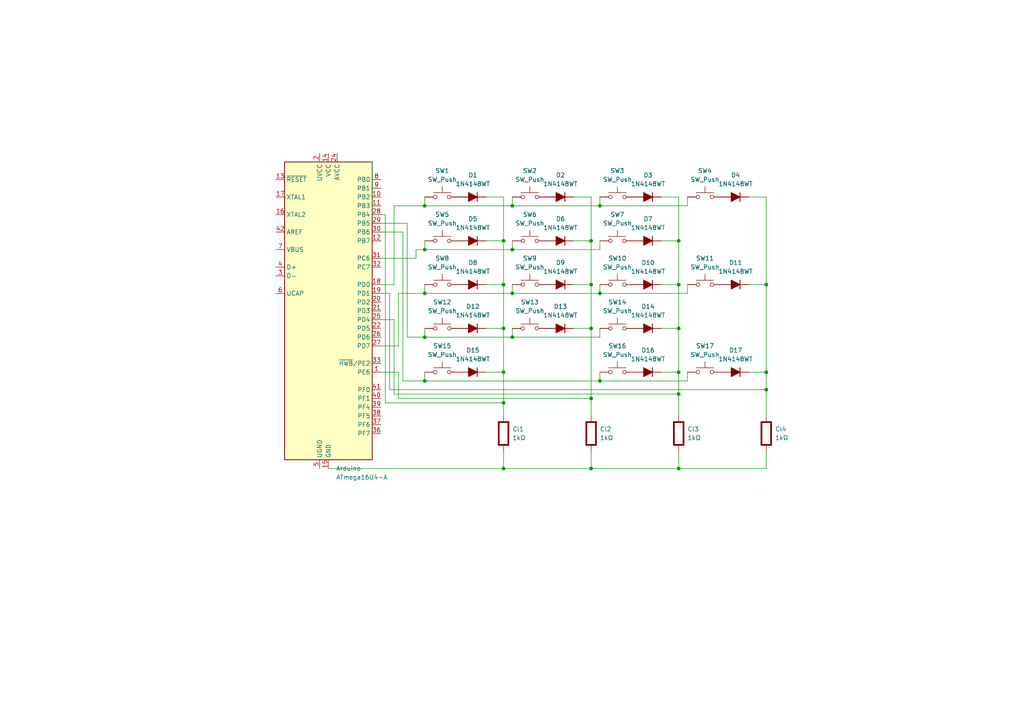
<source format=kicad_sch>
(kicad_sch (version 20231120) (generator "eeschema") (generator_version "8.0")
  (paper "A4")
  (lib_symbols
    (symbol "MCU_Microchip_ATmega:ATmega16U4-A"
      (property "Reference" "U" (at -12.7 44.45 0))
      (property "Value" "ATmega16U4-A" (at 2.54 -44.45 0))
      (symbol "ATmega16U4-A_0_1"
        (rectangle (start -12.7 -43.18) (end 12.7 43.18) (stroke (width 0.254)) (fill (type background)))
      )
      (symbol "ATmega16U4-A_1_1"
        (pin bidirectional line (at 15.24 -17.78 180) (length 2.54) (name "PE6") (number "1"))
        (pin bidirectional line (at 15.24 33.02 180) (length 2.54) (name "PB2") (number "10"))
        (pin bidirectional line (at 15.24 30.48 180) (length 2.54) (name "PB3") (number "11"))
        (pin bidirectional line (at 15.24 20.32 180) (length 2.54) (name "PB7") (number "12"))
        (pin input line (at -15.24 38.1 0) (length 2.54) (name "~{RESET}") (number "13"))
        (pin power_in line (at 0 45.72 270) (length 2.54) (name "VCC") (number "14"))
        (pin power_in line (at 0 -45.72 90) (length 2.54) (name "GND") (number "15"))
        (pin output line (at -15.24 27.94 0) (length 2.54) (name "XTAL2") (number "16"))
        (pin input line (at -15.24 33.02 0) (length 2.54) (name "XTAL1") (number "17"))
        (pin bidirectional line (at 15.24 7.62 180) (length 2.54) (name "PD0") (number "18"))
        (pin bidirectional line (at 15.24 5.08 180) (length 2.54) (name "PD1") (number "19"))
        (pin power_in line (at -2.54 45.72 270) (length 2.54) (name "UVCC") (number "2"))
        (pin bidirectional line (at 15.24 2.54 180) (length 2.54) (name "PD2") (number "20"))
        (pin bidirectional line (at 15.24 0 180) (length 2.54) (name "PD3") (number "21"))
        (pin bidirectional line (at 15.24 -5.08 180) (length 2.54) (name "PD5") (number "22"))
        (pin passive line (at 0 -45.72 90) (length 2.54) hide (name "GND") (number "23"))
        (pin power_in line (at 2.54 45.72 270) (length 2.54) (name "AVCC") (number "24"))
        (pin bidirectional line (at 15.24 -2.54 180) (length 2.54) (name "PD4") (number "25"))
        (pin bidirectional line (at 15.24 -7.62 180) (length 2.54) (name "PD6") (number "26"))
        (pin bidirectional line (at 15.24 -10.16 180) (length 2.54) (name "PD7") (number "27"))
        (pin bidirectional line (at 15.24 27.94 180) (length 2.54) (name "PB4") (number "28"))
        (pin bidirectional line (at 15.24 25.4 180) (length 2.54) (name "PB5") (number "29"))
        (pin bidirectional line (at -15.24 10.16 0) (length 2.54) (name "D-") (number "3"))
        (pin bidirectional line (at 15.24 22.86 180) (length 2.54) (name "PB6") (number "30"))
        (pin bidirectional line (at 15.24 15.24 180) (length 2.54) (name "PC6") (number "31"))
        (pin bidirectional line (at 15.24 12.7 180) (length 2.54) (name "PC7") (number "32"))
        (pin bidirectional line (at 15.24 -15.24 180) (length 2.54) (name "~{HWB}/PE2") (number "33"))
        (pin passive line (at 0 45.72 270) (length 2.54) hide (name "VCC") (number "34"))
        (pin passive line (at 0 -45.72 90) (length 2.54) hide (name "GND") (number "35"))
        (pin bidirectional line (at 15.24 -35.56 180) (length 2.54) (name "PF7") (number "36"))
        (pin bidirectional line (at 15.24 -33.02 180) (length 2.54) (name "PF6") (number "37"))
        (pin bidirectional line (at 15.24 -30.48 180) (length 2.54) (name "PF5") (number "38"))
        (pin bidirectional line (at 15.24 -27.94 180) (length 2.54) (name "PF4") (number "39"))
        (pin bidirectional line (at -15.24 12.7 0) (length 2.54) (name "D+") (number "4"))
        (pin bidirectional line (at 15.24 -25.4 180) (length 2.54) (name "PF1") (number "40"))
        (pin bidirectional line (at 15.24 -22.86 180) (length 2.54) (name "PF0") (number "41"))
        (pin passive line (at -15.24 22.86 0) (length 2.54) (name "AREF") (number "42"))
        (pin passive line (at 0 -45.72 90) (length 2.54) hide (name "GND") (number "43"))
        (pin passive line (at 2.54 45.72 270) (length 2.54) hide (name "AVCC") (number "44"))
        (pin passive line (at -2.54 -45.72 90) (length 2.54) (name "UGND") (number "5"))
        (pin passive line (at -15.24 5.08 0) (length 2.54) (name "UCAP") (number "6"))
        (pin input line (at -15.24 17.78 0) (length 2.54) (name "VBUS") (number "7"))
        (pin bidirectional line (at 15.24 38.1 180) (length 2.54) (name "PB0") (number "8"))
        (pin bidirectional line (at 15.24 35.56 180) (length 2.54) (name "PB1") (number "9"))
      )
    )
    (symbol "PCM_Diode_AKL:1N4148WT" (pin_numbers hide) (pin_names (offset 1.016) hide)
      (property "Reference" "D" (at 0 5.08 0))
      (property "Value" "1N4148WT" (at 0 2.54 0))
      (symbol "1N4148WT_0_1"
        (polyline (pts (xy -1.27 0) (xy 1.27 0)))
        (polyline (pts (xy 1.27 1.27) (xy 1.27 -1.27)) (stroke (width 0.254)))
        (polyline (pts (xy -1.27 1.27) (xy -1.27 -1.27) (xy 1.27 0) (xy -1.27 1.27)) (stroke (width 0.254)) (fill (type outline)))
      )
      (symbol "1N4148WT_1_1"
        (pin passive line (at 3.81 0 180) (length 2.54) (name "K") (number "1"))
        (pin passive line (at -3.81 0 0) (length 2.54) (name "A") (number "2"))
      )
    )
    (symbol "PCM_Elektuur:R" (pin_numbers hide) (pin_names (offset 0) hide)
      (property "Reference" "R" (at 2.54 3.175 0))
      (property "Value" "R" (at 0 0 90))
      (symbol "R_1_1"
        (polyline (pts (xy -1.524 -3.429) (xy 1.524 -3.429) (xy 1.524 3.429) (xy -1.524 3.429) (xy -1.524 -3.429) (xy -1.27 -3.175) (xy -1.27 3.175) (xy 1.27 3.175) (xy 1.27 -3.175) (xy -1.27 -3.175) (xy -1.524 -3.429)) (stroke (width 0.254)) (fill (type outline)))
        (pin passive line (at 0 5.08 270) (length 1.651) (name "+") (number "1"))
        (pin passive line (at 0 -5.08 90) (length 1.651) (name "-") (number "2"))
      )
      (symbol "R_1_2"
        (polyline (pts (xy -0.508 -3.429) (xy 1.524 -3.429) (xy 1.524 3.429) (xy -0.508 3.429) (xy -0.508 3.175) (xy 1.27 3.175) (xy 1.27 -3.175) (xy -0.508 -3.175) (xy -0.508 -3.429)) (stroke (width 0.254)) (fill (type outline)))
        (pin passive line (at 0 5.08 270) (length 1.651) (name "+") (number "1"))
        (pin passive line (at 0 -5.08 90) (length 1.651) (name "-") (number "2"))
      )
      (symbol "R_1_3"
        (polyline (pts (xy 0 3.4798) (xy 0 3.2004) (xy 0.7112 2.794) (xy -1.1938 1.6764) (xy 0.7112 0.5588) (xy -1.1938 -0.5588) (xy 0.7112 -1.6764) (xy -1.1938 -2.794) (xy 0 -3.4798) (xy 0 -3.2004) (xy -0.7112 -2.794) (xy 1.1938 -1.6764) (xy -0.7112 -0.5588) (xy 1.1938 0.5588) (xy -0.7112 1.6764) (xy 1.1938 2.794) (xy 0 3.4798)) (stroke (width 0.254)) (fill (type outline)))
        (pin passive line (at 0 5.08 270) (length 1.6002) (name "+") (number "1"))
        (pin passive line (at 0 -5.08 90) (length 1.6002) (name "-") (number "2"))
      )
      (symbol "R_1_4"
        (polyline (pts (xy 0 4.5466) (xy 0 4.2672) (xy 0.0508 4.2418) (xy 1.016 3.683) (xy -1.524 2.2098) (xy 1.016 0.7366) (xy -1.524 -0.7366) (xy 1.016 -2.2098) (xy -1.524 -3.683) (xy -0.0762 -4.5212) (xy 0 -4.5466) (xy 0 -4.2672) (xy -0.0508 -4.2418) (xy -1.016 -3.683) (xy 1.524 -2.2098) (xy -1.016 -0.7366) (xy 1.524 0.7366) (xy -1.016 2.2098) (xy 1.524 3.683) (xy 0.0762 4.5212) (xy 0 4.5466)) (stroke (width 0.254)) (fill (type outline)))
        (pin passive line (at 0 5.08 270) (length 0.5334) (name "+") (number "1"))
        (pin passive line (at 0 -5.08 90) (length 0.5334) (name "-") (number "2"))
      )
    )
    (symbol "Switch:SW_Push" (pin_numbers hide) (pin_names (offset 1.016) hide)
      (property "Reference" "SW" (at 1.27 2.54 0))
      (property "Value" "SW_Push" (at 0 -1.524 0))
      (symbol "SW_Push_0_1"
        (circle (center -2.032 0) (radius 0.508))
        (polyline (pts (xy 0 1.27) (xy 0 3.048)))
        (polyline (pts (xy 2.54 1.27) (xy -2.54 1.27)))
        (circle (center 2.032 0) (radius 0.508))
        (pin passive line (at -5.08 0 0) (length 2.54) (name "1") (number "1"))
        (pin passive line (at 5.08 0 180) (length 2.54) (name "2") (number "2"))
      )
    )
  )
  (junction (at 196.85 69.85))
  (junction (at 173.99 85.09))
  (junction (at 171.45 82.55))
  (junction (at 146.05 82.55))
  (junction (at 222.25 107.95))
  (junction (at 123.19 97.79))
  (junction (at 146.05 95.25))
  (junction (at 148.59 72.39))
  (junction (at 171.45 95.25))
  (junction (at 123.19 59.69))
  (junction (at 171.45 69.85))
  (junction (at 222.25 113.03))
  (junction (at 146.05 116.84))
  (junction (at 171.45 115.57))
  (junction (at 171.45 135.89))
  (junction (at 196.85 135.89))
  (junction (at 123.19 72.39))
  (junction (at 123.19 110.49))
  (junction (at 148.59 85.09))
  (junction (at 173.99 110.49))
  (junction (at 196.85 95.25))
  (junction (at 123.19 85.09))
  (junction (at 222.25 82.55))
  (junction (at 196.85 82.55))
  (junction (at 146.05 135.89))
  (junction (at 173.99 59.69))
  (junction (at 148.59 59.69))
  (junction (at 196.85 107.95))
  (junction (at 146.05 69.85))
  (junction (at 148.59 97.79))
  (junction (at 196.85 114.3))
  (junction (at 146.05 107.95))
  (wire (pts (xy 146.05 130.81) (xy 146.05 135.89)))
  (wire (pts (xy 166.37 57.15) (xy 171.45 57.15)))
  (wire (pts (xy 196.85 135.89) (xy 222.25 135.89)))
  (wire (pts (xy 123.19 110.49) (xy 173.99 110.49)))
  (wire (pts (xy 171.45 95.25) (xy 171.45 115.57)))
  (wire (pts (xy 115.57 100.33) (xy 115.57 85.09)))
  (wire (pts (xy 123.19 59.69) (xy 148.59 59.69)))
  (wire (pts (xy 173.99 107.95) (xy 173.99 110.49)))
  (wire (pts (xy 123.19 72.39) (xy 123.19 69.85)))
  (wire (pts (xy 123.19 72.39) (xy 148.59 72.39)))
  (wire (pts (xy 217.17 107.95) (xy 222.25 107.95)))
  (wire (pts (xy 148.59 82.55) (xy 148.59 85.09)))
  (wire (pts (xy 110.49 67.31) (xy 116.84 67.31)))
  (wire (pts (xy 196.85 107.95) (xy 196.85 114.3)))
  (wire (pts (xy 171.45 69.85) (xy 171.45 82.55)))
  (wire (pts (xy 196.85 114.3) (xy 196.85 120.65)))
  (wire (pts (xy 123.19 97.79) (xy 148.59 97.79)))
  (wire (pts (xy 146.05 82.55) (xy 146.05 95.25)))
  (wire (pts (xy 140.97 107.95) (xy 146.05 107.95)))
  (wire (pts (xy 222.25 82.55) (xy 222.25 107.95)))
  (wire (pts (xy 148.59 85.09) (xy 173.99 85.09)))
  (wire (pts (xy 222.25 107.95) (xy 222.25 113.03)))
  (wire (pts (xy 173.99 57.15) (xy 173.99 59.69)))
  (wire (pts (xy 115.57 115.57) (xy 171.45 115.57)))
  (wire (pts (xy 166.37 69.85) (xy 171.45 69.85)))
  (wire (pts (xy 120.65 74.93) (xy 120.65 72.39)))
  (wire (pts (xy 115.57 107.95) (xy 115.57 115.57)))
  (wire (pts (xy 115.57 85.09) (xy 123.19 85.09)))
  (wire (pts (xy 166.37 82.55) (xy 171.45 82.55)))
  (wire (pts (xy 199.39 107.95) (xy 199.39 110.49)))
  (wire (pts (xy 110.49 100.33) (xy 115.57 100.33)))
  (wire (pts (xy 120.65 72.39) (xy 123.19 72.39)))
  (wire (pts (xy 191.77 82.55) (xy 196.85 82.55)))
  (wire (pts (xy 146.05 116.84) (xy 146.05 120.65)))
  (wire (pts (xy 118.11 64.77) (xy 118.11 97.79)))
  (wire (pts (xy 191.77 57.15) (xy 196.85 57.15)))
  (wire (pts (xy 196.85 57.15) (xy 196.85 69.85)))
  (wire (pts (xy 146.05 95.25) (xy 146.05 107.95)))
  (wire (pts (xy 123.19 85.09) (xy 123.19 82.55)))
  (wire (pts (xy 114.3 114.3) (xy 196.85 114.3)))
  (wire (pts (xy 148.59 95.25) (xy 148.59 97.79)))
  (wire (pts (xy 199.39 82.55) (xy 199.39 85.09)))
  (wire (pts (xy 110.49 64.77) (xy 118.11 64.77)))
  (wire (pts (xy 199.39 57.15) (xy 199.39 59.69)))
  (wire (pts (xy 171.45 115.57) (xy 171.45 120.65)))
  (wire (pts (xy 116.84 67.31) (xy 116.84 110.49)))
  (wire (pts (xy 110.49 107.95) (xy 115.57 107.95)))
  (wire (pts (xy 111.76 62.23) (xy 111.76 116.84)))
  (wire (pts (xy 107.95 46.99) (xy 107.95 63.5)))
  (wire (pts (xy 146.05 107.95) (xy 146.05 116.84)))
  (wire (pts (xy 140.97 82.55) (xy 146.05 82.55)))
  (wire (pts (xy 146.05 69.85) (xy 146.05 82.55)))
  (wire (pts (xy 222.25 113.03) (xy 222.25 120.65)))
  (wire (pts (xy 110.49 92.71) (xy 114.3 92.71)))
  (wire (pts (xy 113.03 85.09) (xy 113.03 113.03)))
  (wire (pts (xy 116.84 110.49) (xy 123.19 110.49)))
  (wire (pts (xy 95.25 135.89) (xy 146.05 135.89)))
  (wire (pts (xy 173.99 59.69) (xy 199.39 59.69)))
  (wire (pts (xy 173.99 110.49) (xy 199.39 110.49)))
  (wire (pts (xy 140.97 69.85) (xy 146.05 69.85)))
  (wire (pts (xy 191.77 69.85) (xy 196.85 69.85)))
  (wire (pts (xy 173.99 82.55) (xy 173.99 85.09)))
  (wire (pts (xy 123.19 59.69) (xy 123.19 57.15)))
  (wire (pts (xy 217.17 82.55) (xy 222.25 82.55)))
  (wire (pts (xy 171.45 135.89) (xy 196.85 135.89)))
  (wire (pts (xy 110.49 74.93) (xy 120.65 74.93)))
  (wire (pts (xy 123.19 110.49) (xy 123.19 107.95)))
  (wire (pts (xy 148.59 57.15) (xy 148.59 59.69)))
  (wire (pts (xy 113.03 113.03) (xy 222.25 113.03)))
  (wire (pts (xy 146.05 57.15) (xy 146.05 69.85)))
  (wire (pts (xy 173.99 85.09) (xy 199.39 85.09)))
  (wire (pts (xy 114.3 59.69) (xy 123.19 59.69)))
  (wire (pts (xy 171.45 82.55) (xy 171.45 95.25)))
  (wire (pts (xy 110.49 82.55) (xy 114.3 82.55)))
  (wire (pts (xy 140.97 95.25) (xy 146.05 95.25)))
  (wire (pts (xy 222.25 57.15) (xy 222.25 82.55)))
  (wire (pts (xy 173.99 69.85) (xy 173.99 72.39)))
  (wire (pts (xy 114.3 82.55) (xy 114.3 59.69)))
  (wire (pts (xy 110.49 85.09) (xy 113.03 85.09)))
  (wire (pts (xy 114.3 92.71) (xy 114.3 114.3)))
  (wire (pts (xy 171.45 57.15) (xy 171.45 69.85)))
  (wire (pts (xy 191.77 107.95) (xy 196.85 107.95)))
  (wire (pts (xy 196.85 82.55) (xy 196.85 95.25)))
  (wire (pts (xy 123.19 85.09) (xy 148.59 85.09)))
  (wire (pts (xy 148.59 97.79) (xy 173.99 97.79)))
  (wire (pts (xy 196.85 130.81) (xy 196.85 135.89)))
  (wire (pts (xy 118.11 97.79) (xy 123.19 97.79)))
  (wire (pts (xy 110.49 62.23) (xy 111.76 62.23)))
  (wire (pts (xy 222.25 130.81) (xy 222.25 135.89)))
  (wire (pts (xy 171.45 130.81) (xy 171.45 135.89)))
  (wire (pts (xy 196.85 95.25) (xy 196.85 107.95)))
  (wire (pts (xy 191.77 95.25) (xy 196.85 95.25)))
  (wire (pts (xy 146.05 135.89) (xy 171.45 135.89)))
  (wire (pts (xy 123.19 97.79) (xy 123.19 95.25)))
  (wire (pts (xy 173.99 95.25) (xy 173.99 97.79)))
  (wire (pts (xy 148.59 59.69) (xy 173.99 59.69)))
  (wire (pts (xy 111.76 116.84) (xy 146.05 116.84)))
  (wire (pts (xy 140.97 57.15) (xy 146.05 57.15)))
  (wire (pts (xy 217.17 57.15) (xy 222.25 57.15)))
  (wire (pts (xy 196.85 69.85) (xy 196.85 82.55)))
  (wire (pts (xy 148.59 72.39) (xy 173.99 72.39)))
  (wire (pts (xy 166.37 95.25) (xy 171.45 95.25)))
  (wire (pts (xy 148.59 69.85) (xy 148.59 72.39)))
  (symbol (lib_id "Switch:SW_Push") (at 179.07 69.85 0) (unit 1)
    (property "Reference" "SW7" (at 179.07 62.23 0))
    (property "Value" "SW_Push" (at 179.07 64.77 0))
  )
  (symbol (lib_id "PCM_Diode_AKL:1N4148WT") (at 137.16 69.85 0) (unit 1)
    (property "Reference" "D5" (at 137.16 63.5 0))
    (property "Value" "1N4148WT" (at 137.16 66.04 0))
    (property "Footprint" "Diode_SMD_AKL:D_SOD-523" (effects (hide yes)))
    (property "Datasheet" "https://datasheet.octopart.com/1N4148WT-7-Diodes-Inc.-datasheet-8327157.pdf" (effects (hide yes)))
    (property "Description" "SOD-523F Diode, Small Signal, Fast Switching, 75V, 150mA, 4ns, Alternate KiCad Library" (effects (hide yes)))
  )
  (symbol (lib_id "Switch:SW_Push") (at 153.67 69.85 0) (unit 1)
    (property "Reference" "SW6" (at 153.67 62.23 0))
    (property "Value" "SW_Push" (at 153.67 64.77 0))
  )
  (symbol (lib_id "PCM_Elektuur:R") (at 222.25 125.73 180) (unit 1)
    (property "Reference" "Cl4" (at 224.79 124.4599 0) (effects (justify right)))
    (property "Value" "1kΩ" (at 224.79 126.9999 0) (effects (justify right)))
    (property "Description" "resistor" (effects (hide yes)))
    (property "Indicator" "+" (effects (hide yes)))
    (property "Rating" "W" (effects (hide yes)))
  )
  (symbol (lib_id "Switch:SW_Push") (at 128.27 82.55 0) (unit 1)
    (property "Reference" "SW8" (at 128.27 74.93 0))
    (property "Value" "SW_Push" (at 128.27 77.47 0))
  )
  (symbol (lib_id "PCM_Diode_AKL:1N4148WT") (at 137.16 82.55 0) (unit 1)
    (property "Reference" "D8" (at 137.16 76.2 0))
    (property "Value" "1N4148WT" (at 137.16 78.74 0))
    (property "Footprint" "Diode_SMD_AKL:D_SOD-523" (effects (hide yes)))
    (property "Datasheet" "https://datasheet.octopart.com/1N4148WT-7-Diodes-Inc.-datasheet-8327157.pdf" (effects (hide yes)))
    (property "Description" "SOD-523F Diode, Small Signal, Fast Switching, 75V, 150mA, 4ns, Alternate KiCad Library" (effects (hide yes)))
  )
  (symbol (lib_id "MCU_Microchip_ATmega:ATmega16U4-A") (at 95.25 90.17 0) (unit 1)
    (property "Reference" "Arduino" (at 97.4441 135.89 0) (effects (justify left)))
    (property "Value" "ATmega16U4-A" (at 97.4441 138.43 0) (effects (justify left)))
    (property "Footprint" "Package_QFP:TQFP-44_10x10mm_P0.8mm" (effects (hide yes)))
    (property "Datasheet" "http://ww1.microchip.com/downloads/en/DeviceDoc/Atmel-7766-8-bit-AVR-ATmega16U4-32U4_Datasheet.pdf" (effects (hide yes)))
    (property "Description" "16MHz, 16kB Flash, 1.25kB SRAM, 512B EEPROM, USB 2.0, TQFP-44" (effects (hide yes)))
  )
  (symbol (lib_id "Switch:SW_Push") (at 204.47 57.15 0) (unit 1)
    (property "Reference" "SW4" (at 204.47 49.53 0))
    (property "Value" "SW_Push" (at 204.47 52.07 0))
  )
  (symbol (lib_id "PCM_Elektuur:R") (at 196.85 125.73 180) (unit 1)
    (property "Reference" "Cl3" (at 199.39 124.4599 0) (effects (justify right)))
    (property "Value" "1kΩ" (at 199.39 126.9999 0) (effects (justify right)))
    (property "Description" "resistor" (effects (hide yes)))
    (property "Indicator" "+" (effects (hide yes)))
    (property "Rating" "W" (effects (hide yes)))
  )
  (symbol (lib_id "PCM_Diode_AKL:1N4148WT") (at 162.56 82.55 0) (unit 1)
    (property "Reference" "D9" (at 162.56 76.2 0))
    (property "Value" "1N4148WT" (at 162.56 78.74 0))
    (property "Footprint" "Diode_SMD_AKL:D_SOD-523" (effects (hide yes)))
    (property "Datasheet" "https://datasheet.octopart.com/1N4148WT-7-Diodes-Inc.-datasheet-8327157.pdf" (effects (hide yes)))
    (property "Description" "SOD-523F Diode, Small Signal, Fast Switching, 75V, 150mA, 4ns, Alternate KiCad Library" (effects (hide yes)))
  )
  (symbol (lib_id "Switch:SW_Push") (at 128.27 95.25 0) (unit 1)
    (property "Reference" "SW12" (at 128.27 87.63 0))
    (property "Value" "SW_Push" (at 128.27 90.17 0))
  )
  (symbol (lib_id "PCM_Diode_AKL:1N4148WT") (at 137.16 107.95 0) (unit 1)
    (property "Reference" "D15" (at 137.16 101.6 0))
    (property "Value" "1N4148WT" (at 137.16 104.14 0))
    (property "Footprint" "Diode_SMD_AKL:D_SOD-523" (effects (hide yes)))
    (property "Datasheet" "https://datasheet.octopart.com/1N4148WT-7-Diodes-Inc.-datasheet-8327157.pdf" (effects (hide yes)))
    (property "Description" "SOD-523F Diode, Small Signal, Fast Switching, 75V, 150mA, 4ns, Alternate KiCad Library" (effects (hide yes)))
  )
  (symbol (lib_id "Switch:SW_Push") (at 179.07 107.95 0) (unit 1)
    (property "Reference" "SW16" (at 179.07 100.33 0))
    (property "Value" "SW_Push" (at 179.07 102.87 0))
  )
  (symbol (lib_id "PCM_Diode_AKL:1N4148WT") (at 213.36 57.15 0) (unit 1)
    (property "Reference" "D4" (at 213.36 50.8 0))
    (property "Value" "1N4148WT" (at 213.36 53.34 0))
    (property "Footprint" "Diode_SMD_AKL:D_SOD-523" (effects (hide yes)))
    (property "Datasheet" "https://datasheet.octopart.com/1N4148WT-7-Diodes-Inc.-datasheet-8327157.pdf" (effects (hide yes)))
    (property "Description" "SOD-523F Diode, Small Signal, Fast Switching, 75V, 150mA, 4ns, Alternate KiCad Library" (effects (hide yes)))
  )
  (symbol (lib_id "PCM_Diode_AKL:1N4148WT") (at 187.96 107.95 0) (unit 1)
    (property "Reference" "D16" (at 187.96 101.6 0))
    (property "Value" "1N4148WT" (at 187.96 104.14 0))
    (property "Footprint" "Diode_SMD_AKL:D_SOD-523" (effects (hide yes)))
    (property "Datasheet" "https://datasheet.octopart.com/1N4148WT-7-Diodes-Inc.-datasheet-8327157.pdf" (effects (hide yes)))
    (property "Description" "SOD-523F Diode, Small Signal, Fast Switching, 75V, 150mA, 4ns, Alternate KiCad Library" (effects (hide yes)))
  )
  (symbol (lib_id "PCM_Diode_AKL:1N4148WT") (at 187.96 57.15 0) (unit 1)
    (property "Reference" "D3" (at 187.96 50.8 0))
    (property "Value" "1N4148WT" (at 187.96 53.34 0))
    (property "Footprint" "Diode_SMD_AKL:D_SOD-523" (effects (hide yes)))
    (property "Datasheet" "https://datasheet.octopart.com/1N4148WT-7-Diodes-Inc.-datasheet-8327157.pdf" (effects (hide yes)))
    (property "Description" "SOD-523F Diode, Small Signal, Fast Switching, 75V, 150mA, 4ns, Alternate KiCad Library" (effects (hide yes)))
  )
  (symbol (lib_id "Switch:SW_Push") (at 153.67 82.55 0) (unit 1)
    (property "Reference" "SW9" (at 153.67 74.93 0))
    (property "Value" "SW_Push" (at 153.67 77.47 0))
  )
  (symbol (lib_id "PCM_Diode_AKL:1N4148WT") (at 162.56 57.15 0) (unit 1)
    (property "Reference" "D2" (at 162.56 50.8 0))
    (property "Value" "1N4148WT" (at 162.56 53.34 0))
    (property "Footprint" "Diode_SMD_AKL:D_SOD-523" (effects (hide yes)))
    (property "Datasheet" "https://datasheet.octopart.com/1N4148WT-7-Diodes-Inc.-datasheet-8327157.pdf" (effects (hide yes)))
    (property "Description" "SOD-523F Diode, Small Signal, Fast Switching, 75V, 150mA, 4ns, Alternate KiCad Library" (effects (hide yes)))
  )
  (symbol (lib_id "PCM_Diode_AKL:1N4148WT") (at 162.56 69.85 0) (unit 1)
    (property "Reference" "D6" (at 162.56 63.5 0))
    (property "Value" "1N4148WT" (at 162.56 66.04 0))
    (property "Footprint" "Diode_SMD_AKL:D_SOD-523" (effects (hide yes)))
    (property "Datasheet" "https://datasheet.octopart.com/1N4148WT-7-Diodes-Inc.-datasheet-8327157.pdf" (effects (hide yes)))
    (property "Description" "SOD-523F Diode, Small Signal, Fast Switching, 75V, 150mA, 4ns, Alternate KiCad Library" (effects (hide yes)))
  )
  (symbol (lib_id "PCM_Diode_AKL:1N4148WT") (at 187.96 82.55 0) (unit 1)
    (property "Reference" "D10" (at 187.96 76.2 0))
    (property "Value" "1N4148WT" (at 187.96 78.74 0))
    (property "Footprint" "Diode_SMD_AKL:D_SOD-523" (effects (hide yes)))
    (property "Datasheet" "https://datasheet.octopart.com/1N4148WT-7-Diodes-Inc.-datasheet-8327157.pdf" (effects (hide yes)))
    (property "Description" "SOD-523F Diode, Small Signal, Fast Switching, 75V, 150mA, 4ns, Alternate KiCad Library" (effects (hide yes)))
  )
  (symbol (lib_id "Switch:SW_Push") (at 128.27 69.85 0) (unit 1)
    (property "Reference" "SW5" (at 128.27 62.23 0))
    (property "Value" "SW_Push" (at 128.27 64.77 0))
  )
  (symbol (lib_id "PCM_Elektuur:R") (at 146.05 125.73 180) (unit 1)
    (property "Reference" "Cl1" (at 148.59 124.4599 0) (effects (justify right)))
    (property "Value" "1kΩ" (at 148.59 126.9999 0) (effects (justify right)))
    (property "Description" "resistor" (effects (hide yes)))
    (property "Indicator" "+" (effects (hide yes)))
    (property "Rating" "W" (effects (hide yes)))
  )
  (symbol (lib_id "Switch:SW_Push") (at 128.27 107.95 0) (unit 1)
    (property "Reference" "SW15" (at 128.27 100.33 0))
    (property "Value" "SW_Push" (at 128.27 102.87 0))
  )
  (symbol (lib_id "Switch:SW_Push") (at 179.07 57.15 0) (unit 1)
    (property "Reference" "SW3" (at 179.07 49.53 0))
    (property "Value" "SW_Push" (at 179.07 52.07 0))
  )
  (symbol (lib_id "PCM_Diode_AKL:1N4148WT") (at 187.96 95.25 0) (unit 1)
    (property "Reference" "D14" (at 187.96 88.9 0))
    (property "Value" "1N4148WT" (at 187.96 91.44 0))
    (property "Footprint" "Diode_SMD_AKL:D_SOD-523" (effects (hide yes)))
    (property "Datasheet" "https://datasheet.octopart.com/1N4148WT-7-Diodes-Inc.-datasheet-8327157.pdf" (effects (hide yes)))
    (property "Description" "SOD-523F Diode, Small Signal, Fast Switching, 75V, 150mA, 4ns, Alternate KiCad Library" (effects (hide yes)))
  )
  (symbol (lib_id "PCM_Diode_AKL:1N4148WT") (at 187.96 69.85 0) (unit 1)
    (property "Reference" "D7" (at 187.96 63.5 0))
    (property "Value" "1N4148WT" (at 187.96 66.04 0))
    (property "Footprint" "Diode_SMD_AKL:D_SOD-523" (effects (hide yes)))
    (property "Datasheet" "https://datasheet.octopart.com/1N4148WT-7-Diodes-Inc.-datasheet-8327157.pdf" (effects (hide yes)))
    (property "Description" "SOD-523F Diode, Small Signal, Fast Switching, 75V, 150mA, 4ns, Alternate KiCad Library" (effects (hide yes)))
  )
  (symbol (lib_id "PCM_Diode_AKL:1N4148WT") (at 162.56 95.25 0) (unit 1)
    (property "Reference" "D13" (at 162.56 88.9 0))
    (property "Value" "1N4148WT" (at 162.56 91.44 0))
    (property "Footprint" "Diode_SMD_AKL:D_SOD-523" (effects (hide yes)))
    (property "Datasheet" "https://datasheet.octopart.com/1N4148WT-7-Diodes-Inc.-datasheet-8327157.pdf" (effects (hide yes)))
    (property "Description" "SOD-523F Diode, Small Signal, Fast Switching, 75V, 150mA, 4ns, Alternate KiCad Library" (effects (hide yes)))
  )
  (symbol (lib_id "PCM_Diode_AKL:1N4148WT") (at 137.16 95.25 0) (unit 1)
    (property "Reference" "D12" (at 137.16 88.9 0))
    (property "Value" "1N4148WT" (at 137.16 91.44 0))
    (property "Footprint" "Diode_SMD_AKL:D_SOD-523" (effects (hide yes)))
    (property "Datasheet" "https://datasheet.octopart.com/1N4148WT-7-Diodes-Inc.-datasheet-8327157.pdf" (effects (hide yes)))
    (property "Description" "SOD-523F Diode, Small Signal, Fast Switching, 75V, 150mA, 4ns, Alternate KiCad Library" (effects (hide yes)))
  )
  (symbol (lib_id "Switch:SW_Push") (at 204.47 107.95 0) (unit 1)
    (property "Reference" "SW17" (at 204.47 100.33 0))
    (property "Value" "SW_Push" (at 204.47 102.87 0))
  )
  (symbol (lib_id "Switch:SW_Push") (at 153.67 95.25 0) (unit 1)
    (property "Reference" "SW13" (at 153.67 87.63 0))
    (property "Value" "SW_Push" (at 153.67 90.17 0))
  )
  (symbol (lib_id "Switch:SW_Push") (at 179.07 82.55 0) (unit 1)
    (property "Reference" "SW10" (at 179.07 74.93 0))
    (property "Value" "SW_Push" (at 179.07 77.47 0))
  )
  (symbol (lib_id "PCM_Diode_AKL:1N4148WT") (at 137.16 57.15 0) (unit 1)
    (property "Reference" "D1" (at 137.16 50.8 0))
    (property "Value" "1N4148WT" (at 137.16 53.34 0))
    (property "Footprint" "Diode_SMD_AKL:D_SOD-523" (effects (hide yes)))
    (property "Datasheet" "https://datasheet.octopart.com/1N4148WT-7-Diodes-Inc.-datasheet-8327157.pdf" (effects (hide yes)))
    (property "Description" "SOD-523F Diode, Small Signal, Fast Switching, 75V, 150mA, 4ns, Alternate KiCad Library" (effects (hide yes)))
  )
  (symbol (lib_id "PCM_Diode_AKL:1N4148WT") (at 213.36 107.95 0) (unit 1)
    (property "Reference" "D17" (at 213.36 101.6 0))
    (property "Value" "1N4148WT" (at 213.36 104.14 0))
    (property "Footprint" "Diode_SMD_AKL:D_SOD-523" (effects (hide yes)))
    (property "Datasheet" "https://datasheet.octopart.com/1N4148WT-7-Diodes-Inc.-datasheet-8327157.pdf" (effects (hide yes)))
    (property "Description" "SOD-523F Diode, Small Signal, Fast Switching, 75V, 150mA, 4ns, Alternate KiCad Library" (effects (hide yes)))
  )
  (symbol (lib_id "Switch:SW_Push") (at 179.07 95.25 0) (unit 1)
    (property "Reference" "SW14" (at 179.07 87.63 0))
    (property "Value" "SW_Push" (at 179.07 90.17 0))
  )
  (symbol (lib_id "Switch:SW_Push") (at 204.47 82.55 0) (unit 1)
    (property "Reference" "SW11" (at 204.47 74.93 0))
    (property "Value" "SW_Push" (at 204.47 77.47 0))
  )
  (symbol (lib_id "Switch:SW_Push") (at 128.27 57.15 0) (unit 1)
    (property "Reference" "SW1" (at 128.27 49.53 0))
    (property "Value" "SW_Push" (at 128.27 52.07 0))
  )
  (symbol (lib_id "PCM_Elektuur:R") (at 171.45 125.73 180) (unit 1)
    (property "Reference" "Cl2" (at 173.99 124.4599 0) (effects (justify right)))
    (property "Value" "1kΩ" (at 173.99 126.9999 0) (effects (justify right)))
    (property "Description" "resistor" (effects (hide yes)))
    (property "Indicator" "+" (effects (hide yes)))
    (property "Rating" "W" (effects (hide yes)))
  )
  (symbol (lib_id "Switch:SW_Push") (at 153.67 57.15 0) (unit 1)
    (property "Reference" "SW2" (at 153.67 49.53 0))
    (property "Value" "SW_Push" (at 153.67 52.07 0))
  )
  (symbol (lib_id "PCM_Diode_AKL:1N4148WT") (at 213.36 82.55 0) (unit 1)
    (property "Reference" "D11" (at 213.36 76.2 0))
    (property "Value" "1N4148WT" (at 213.36 78.74 0))
    (property "Footprint" "Diode_SMD_AKL:D_SOD-523" (effects (hide yes)))
    (property "Datasheet" "https://datasheet.octopart.com/1N4148WT-7-Diodes-Inc.-datasheet-8327157.pdf" (effects (hide yes)))
    (property "Description" "SOD-523F Diode, Small Signal, Fast Switching, 75V, 150mA, 4ns, Alternate KiCad Library" (effects (hide yes)))
  )
)
</source>
